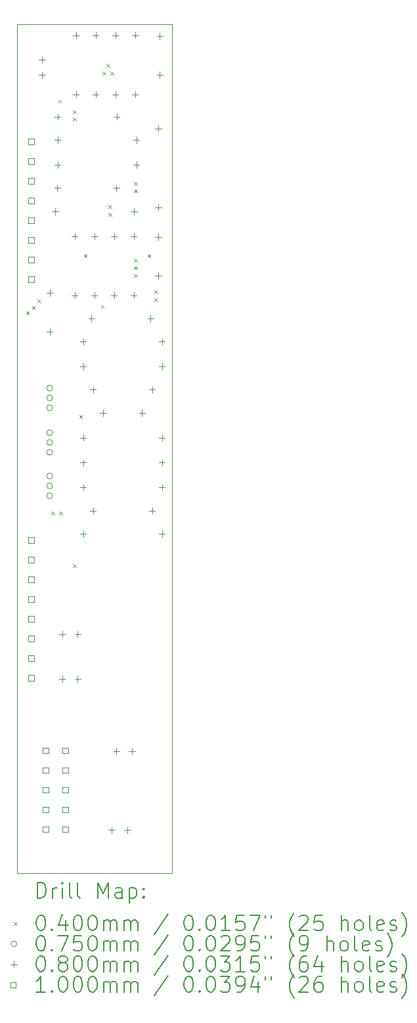
<source format=gbr>
%TF.GenerationSoftware,KiCad,Pcbnew,7.0.7-7.0.7~ubuntu22.04.1*%
%TF.CreationDate,2024-01-01T18:28:25+01:00*%
%TF.ProjectId,Basic-ADSR,42617369-632d-4414-9453-522e6b696361,rev?*%
%TF.SameCoordinates,Original*%
%TF.FileFunction,Drillmap*%
%TF.FilePolarity,Positive*%
%FSLAX45Y45*%
G04 Gerber Fmt 4.5, Leading zero omitted, Abs format (unit mm)*
G04 Created by KiCad (PCBNEW 7.0.7-7.0.7~ubuntu22.04.1) date 2024-01-01 18:28:25*
%MOMM*%
%LPD*%
G01*
G04 APERTURE LIST*
%ADD10C,0.050000*%
%ADD11C,0.200000*%
%ADD12C,0.040000*%
%ADD13C,0.075000*%
%ADD14C,0.080000*%
%ADD15C,0.100000*%
G04 APERTURE END LIST*
D10*
X2860000Y-3400000D02*
X4860000Y-3400000D01*
X4860000Y-3400000D02*
X4860000Y-14350000D01*
X2860000Y-3400000D02*
X2860000Y-14350000D01*
X2860000Y-14350000D02*
X4860000Y-14350000D01*
D11*
D12*
X2974950Y-7100000D02*
X3014950Y-7140000D01*
X3014950Y-7100000D02*
X2974950Y-7140000D01*
X3050000Y-7030000D02*
X3090000Y-7070000D01*
X3090000Y-7030000D02*
X3050000Y-7070000D01*
X3120000Y-6950000D02*
X3160000Y-6990000D01*
X3160000Y-6950000D02*
X3120000Y-6990000D01*
X3300000Y-9680000D02*
X3340000Y-9720000D01*
X3340000Y-9680000D02*
X3300000Y-9720000D01*
X3390000Y-4370000D02*
X3430000Y-4410000D01*
X3430000Y-4370000D02*
X3390000Y-4410000D01*
X3400000Y-9680000D02*
X3440000Y-9720000D01*
X3440000Y-9680000D02*
X3400000Y-9720000D01*
X3577000Y-10360000D02*
X3617000Y-10400000D01*
X3617000Y-10360000D02*
X3577000Y-10400000D01*
X3580000Y-4510000D02*
X3620000Y-4550000D01*
X3620000Y-4510000D02*
X3580000Y-4550000D01*
X3580000Y-4600000D02*
X3620000Y-4640000D01*
X3620000Y-4600000D02*
X3580000Y-4640000D01*
X3660000Y-8440000D02*
X3700000Y-8480000D01*
X3700000Y-8440000D02*
X3660000Y-8480000D01*
X3720000Y-6360000D02*
X3760000Y-6400000D01*
X3760000Y-6360000D02*
X3720000Y-6400000D01*
X3940000Y-7020000D02*
X3980000Y-7060000D01*
X3980000Y-7020000D02*
X3940000Y-7060000D01*
X3960000Y-4010000D02*
X4000000Y-4050000D01*
X4000000Y-4010000D02*
X3960000Y-4050000D01*
X4010000Y-3910000D02*
X4050000Y-3950000D01*
X4050000Y-3910000D02*
X4010000Y-3950000D01*
X4040000Y-5730000D02*
X4080000Y-5770000D01*
X4080000Y-5730000D02*
X4040000Y-5770000D01*
X4040000Y-5830000D02*
X4080000Y-5870000D01*
X4080000Y-5830000D02*
X4040000Y-5870000D01*
X4060000Y-4010000D02*
X4100000Y-4050000D01*
X4100000Y-4010000D02*
X4060000Y-4050000D01*
X4370000Y-5430000D02*
X4410000Y-5470000D01*
X4410000Y-5430000D02*
X4370000Y-5470000D01*
X4370000Y-5530000D02*
X4410000Y-5570000D01*
X4410000Y-5530000D02*
X4370000Y-5570000D01*
X4370000Y-6420000D02*
X4410000Y-6460000D01*
X4410000Y-6420000D02*
X4370000Y-6460000D01*
X4370000Y-6520000D02*
X4410000Y-6560000D01*
X4410000Y-6520000D02*
X4370000Y-6560000D01*
X4370000Y-6620000D02*
X4410000Y-6660000D01*
X4410000Y-6620000D02*
X4370000Y-6660000D01*
X4540000Y-6360000D02*
X4580000Y-6400000D01*
X4580000Y-6360000D02*
X4540000Y-6400000D01*
X4630000Y-6830000D02*
X4670000Y-6870000D01*
X4670000Y-6830000D02*
X4630000Y-6870000D01*
X4630000Y-6930000D02*
X4670000Y-6970000D01*
X4670000Y-6930000D02*
X4630000Y-6970000D01*
D13*
X3317500Y-8090000D02*
G75*
G03*
X3317500Y-8090000I-37500J0D01*
G01*
X3317500Y-8217000D02*
G75*
G03*
X3317500Y-8217000I-37500J0D01*
G01*
X3317500Y-8344000D02*
G75*
G03*
X3317500Y-8344000I-37500J0D01*
G01*
X3317500Y-8663000D02*
G75*
G03*
X3317500Y-8663000I-37500J0D01*
G01*
X3317500Y-8790000D02*
G75*
G03*
X3317500Y-8790000I-37500J0D01*
G01*
X3317500Y-8917000D02*
G75*
G03*
X3317500Y-8917000I-37500J0D01*
G01*
X3317500Y-9223000D02*
G75*
G03*
X3317500Y-9223000I-37500J0D01*
G01*
X3317500Y-9350000D02*
G75*
G03*
X3317500Y-9350000I-37500J0D01*
G01*
X3317500Y-9477000D02*
G75*
G03*
X3317500Y-9477000I-37500J0D01*
G01*
D14*
X3180000Y-3814489D02*
X3180000Y-3894489D01*
X3140000Y-3854489D02*
X3220000Y-3854489D01*
X3180000Y-4014489D02*
X3180000Y-4094489D01*
X3140000Y-4054489D02*
X3220000Y-4054489D01*
X3280000Y-6820000D02*
X3280000Y-6900000D01*
X3240000Y-6860000D02*
X3320000Y-6860000D01*
X3280000Y-7320000D02*
X3280000Y-7400000D01*
X3240000Y-7360000D02*
X3320000Y-7360000D01*
X3352000Y-5770000D02*
X3352000Y-5850000D01*
X3312000Y-5810000D02*
X3392000Y-5810000D01*
X3379000Y-5470000D02*
X3379000Y-5550000D01*
X3339000Y-5510000D02*
X3419000Y-5510000D01*
X3380000Y-4550000D02*
X3380000Y-4630000D01*
X3340000Y-4590000D02*
X3420000Y-4590000D01*
X3380000Y-4850000D02*
X3380000Y-4930000D01*
X3340000Y-4890000D02*
X3420000Y-4890000D01*
X3380000Y-5170000D02*
X3380000Y-5250000D01*
X3340000Y-5210000D02*
X3420000Y-5210000D01*
X3440000Y-11220000D02*
X3440000Y-11300000D01*
X3400000Y-11260000D02*
X3480000Y-11260000D01*
X3440000Y-11800000D02*
X3440000Y-11880000D01*
X3400000Y-11840000D02*
X3480000Y-11840000D01*
X3600000Y-6090000D02*
X3600000Y-6170000D01*
X3560000Y-6130000D02*
X3640000Y-6130000D01*
X3600000Y-6852000D02*
X3600000Y-6932000D01*
X3560000Y-6892000D02*
X3640000Y-6892000D01*
X3618000Y-3500000D02*
X3618000Y-3580000D01*
X3578000Y-3540000D02*
X3658000Y-3540000D01*
X3618000Y-4262000D02*
X3618000Y-4342000D01*
X3578000Y-4302000D02*
X3658000Y-4302000D01*
X3640000Y-11220000D02*
X3640000Y-11300000D01*
X3600000Y-11260000D02*
X3680000Y-11260000D01*
X3640000Y-11800000D02*
X3640000Y-11880000D01*
X3600000Y-11840000D02*
X3680000Y-11840000D01*
X3712000Y-7450000D02*
X3712000Y-7530000D01*
X3672000Y-7490000D02*
X3752000Y-7490000D01*
X3712000Y-7770000D02*
X3712000Y-7850000D01*
X3672000Y-7810000D02*
X3752000Y-7810000D01*
X3712000Y-8690000D02*
X3712000Y-8770000D01*
X3672000Y-8730000D02*
X3752000Y-8730000D01*
X3712000Y-9010000D02*
X3712000Y-9090000D01*
X3672000Y-9050000D02*
X3752000Y-9050000D01*
X3712000Y-9330000D02*
X3712000Y-9410000D01*
X3672000Y-9370000D02*
X3752000Y-9370000D01*
X3712000Y-9930000D02*
X3712000Y-10010000D01*
X3672000Y-9970000D02*
X3752000Y-9970000D01*
X3819000Y-7150000D02*
X3819000Y-7230000D01*
X3779000Y-7190000D02*
X3859000Y-7190000D01*
X3839000Y-8070000D02*
X3839000Y-8150000D01*
X3799000Y-8110000D02*
X3879000Y-8110000D01*
X3839000Y-9630000D02*
X3839000Y-9710000D01*
X3799000Y-9670000D02*
X3879000Y-9670000D01*
X3854000Y-6090000D02*
X3854000Y-6170000D01*
X3814000Y-6130000D02*
X3894000Y-6130000D01*
X3854000Y-6852000D02*
X3854000Y-6932000D01*
X3814000Y-6892000D02*
X3894000Y-6892000D01*
X3872000Y-3500000D02*
X3872000Y-3580000D01*
X3832000Y-3540000D02*
X3912000Y-3540000D01*
X3872000Y-4262000D02*
X3872000Y-4342000D01*
X3832000Y-4302000D02*
X3912000Y-4302000D01*
X3970000Y-8370000D02*
X3970000Y-8450000D01*
X3930000Y-8410000D02*
X4010000Y-8410000D01*
X4080000Y-13750000D02*
X4080000Y-13830000D01*
X4040000Y-13790000D02*
X4120000Y-13790000D01*
X4108000Y-6090000D02*
X4108000Y-6170000D01*
X4068000Y-6130000D02*
X4148000Y-6130000D01*
X4108000Y-6852000D02*
X4108000Y-6932000D01*
X4068000Y-6892000D02*
X4148000Y-6892000D01*
X4126000Y-3500000D02*
X4126000Y-3580000D01*
X4086000Y-3540000D02*
X4166000Y-3540000D01*
X4126000Y-4262000D02*
X4126000Y-4342000D01*
X4086000Y-4302000D02*
X4166000Y-4302000D01*
X4140000Y-12730000D02*
X4140000Y-12810000D01*
X4100000Y-12770000D02*
X4180000Y-12770000D01*
X4141000Y-5470000D02*
X4141000Y-5550000D01*
X4101000Y-5510000D02*
X4181000Y-5510000D01*
X4142000Y-4550000D02*
X4142000Y-4630000D01*
X4102000Y-4590000D02*
X4182000Y-4590000D01*
X4280000Y-13750000D02*
X4280000Y-13830000D01*
X4240000Y-13790000D02*
X4320000Y-13790000D01*
X4340000Y-12730000D02*
X4340000Y-12810000D01*
X4300000Y-12770000D02*
X4380000Y-12770000D01*
X4362000Y-6090000D02*
X4362000Y-6170000D01*
X4322000Y-6130000D02*
X4402000Y-6130000D01*
X4362000Y-6852000D02*
X4362000Y-6932000D01*
X4322000Y-6892000D02*
X4402000Y-6892000D01*
X4368000Y-5770000D02*
X4368000Y-5850000D01*
X4328000Y-5810000D02*
X4408000Y-5810000D01*
X4380000Y-3500000D02*
X4380000Y-3580000D01*
X4340000Y-3540000D02*
X4420000Y-3540000D01*
X4380000Y-4262000D02*
X4380000Y-4342000D01*
X4340000Y-4302000D02*
X4420000Y-4302000D01*
X4396000Y-4850000D02*
X4396000Y-4930000D01*
X4356000Y-4890000D02*
X4436000Y-4890000D01*
X4396000Y-5170000D02*
X4396000Y-5250000D01*
X4356000Y-5210000D02*
X4436000Y-5210000D01*
X4470000Y-8370000D02*
X4470000Y-8450000D01*
X4430000Y-8410000D02*
X4510000Y-8410000D01*
X4581000Y-7150000D02*
X4581000Y-7230000D01*
X4541000Y-7190000D02*
X4621000Y-7190000D01*
X4601000Y-8070000D02*
X4601000Y-8150000D01*
X4561000Y-8110000D02*
X4641000Y-8110000D01*
X4601000Y-9630000D02*
X4601000Y-9710000D01*
X4561000Y-9670000D02*
X4641000Y-9670000D01*
X4680000Y-4702000D02*
X4680000Y-4782000D01*
X4640000Y-4742000D02*
X4720000Y-4742000D01*
X4680000Y-5718000D02*
X4680000Y-5798000D01*
X4640000Y-5758000D02*
X4720000Y-5758000D01*
X4680000Y-6100000D02*
X4680000Y-6180000D01*
X4640000Y-6140000D02*
X4720000Y-6140000D01*
X4680000Y-6600000D02*
X4680000Y-6680000D01*
X4640000Y-6640000D02*
X4720000Y-6640000D01*
X4700000Y-3510000D02*
X4700000Y-3590000D01*
X4660000Y-3550000D02*
X4740000Y-3550000D01*
X4700000Y-4010000D02*
X4700000Y-4090000D01*
X4660000Y-4050000D02*
X4740000Y-4050000D01*
X4728000Y-7450000D02*
X4728000Y-7530000D01*
X4688000Y-7490000D02*
X4768000Y-7490000D01*
X4728000Y-7770000D02*
X4728000Y-7850000D01*
X4688000Y-7810000D02*
X4768000Y-7810000D01*
X4728000Y-8690000D02*
X4728000Y-8770000D01*
X4688000Y-8730000D02*
X4768000Y-8730000D01*
X4728000Y-9010000D02*
X4728000Y-9090000D01*
X4688000Y-9050000D02*
X4768000Y-9050000D01*
X4728000Y-9330000D02*
X4728000Y-9410000D01*
X4688000Y-9370000D02*
X4768000Y-9370000D01*
X4728000Y-9930000D02*
X4728000Y-10010000D01*
X4688000Y-9970000D02*
X4768000Y-9970000D01*
D15*
X3075356Y-4945356D02*
X3075356Y-4874644D01*
X3004644Y-4874644D01*
X3004644Y-4945356D01*
X3075356Y-4945356D01*
X3075356Y-5199356D02*
X3075356Y-5128644D01*
X3004644Y-5128644D01*
X3004644Y-5199356D01*
X3075356Y-5199356D01*
X3075356Y-5453356D02*
X3075356Y-5382644D01*
X3004644Y-5382644D01*
X3004644Y-5453356D01*
X3075356Y-5453356D01*
X3075356Y-5707356D02*
X3075356Y-5636644D01*
X3004644Y-5636644D01*
X3004644Y-5707356D01*
X3075356Y-5707356D01*
X3075356Y-5961356D02*
X3075356Y-5890644D01*
X3004644Y-5890644D01*
X3004644Y-5961356D01*
X3075356Y-5961356D01*
X3075356Y-6215356D02*
X3075356Y-6144644D01*
X3004644Y-6144644D01*
X3004644Y-6215356D01*
X3075356Y-6215356D01*
X3075356Y-6469356D02*
X3075356Y-6398644D01*
X3004644Y-6398644D01*
X3004644Y-6469356D01*
X3075356Y-6469356D01*
X3075356Y-6723356D02*
X3075356Y-6652644D01*
X3004644Y-6652644D01*
X3004644Y-6723356D01*
X3075356Y-6723356D01*
X3075356Y-10085356D02*
X3075356Y-10014644D01*
X3004644Y-10014644D01*
X3004644Y-10085356D01*
X3075356Y-10085356D01*
X3075356Y-10339356D02*
X3075356Y-10268644D01*
X3004644Y-10268644D01*
X3004644Y-10339356D01*
X3075356Y-10339356D01*
X3075356Y-10593356D02*
X3075356Y-10522644D01*
X3004644Y-10522644D01*
X3004644Y-10593356D01*
X3075356Y-10593356D01*
X3075356Y-10847356D02*
X3075356Y-10776644D01*
X3004644Y-10776644D01*
X3004644Y-10847356D01*
X3075356Y-10847356D01*
X3075356Y-11101356D02*
X3075356Y-11030644D01*
X3004644Y-11030644D01*
X3004644Y-11101356D01*
X3075356Y-11101356D01*
X3075356Y-11355356D02*
X3075356Y-11284644D01*
X3004644Y-11284644D01*
X3004644Y-11355356D01*
X3075356Y-11355356D01*
X3075356Y-11609356D02*
X3075356Y-11538644D01*
X3004644Y-11538644D01*
X3004644Y-11609356D01*
X3075356Y-11609356D01*
X3075356Y-11863356D02*
X3075356Y-11792644D01*
X3004644Y-11792644D01*
X3004644Y-11863356D01*
X3075356Y-11863356D01*
X3261356Y-12797356D02*
X3261356Y-12726644D01*
X3190644Y-12726644D01*
X3190644Y-12797356D01*
X3261356Y-12797356D01*
X3261356Y-13051356D02*
X3261356Y-12980644D01*
X3190644Y-12980644D01*
X3190644Y-13051356D01*
X3261356Y-13051356D01*
X3261356Y-13305356D02*
X3261356Y-13234644D01*
X3190644Y-13234644D01*
X3190644Y-13305356D01*
X3261356Y-13305356D01*
X3261356Y-13559356D02*
X3261356Y-13488644D01*
X3190644Y-13488644D01*
X3190644Y-13559356D01*
X3261356Y-13559356D01*
X3261356Y-13813356D02*
X3261356Y-13742644D01*
X3190644Y-13742644D01*
X3190644Y-13813356D01*
X3261356Y-13813356D01*
X3515356Y-12797356D02*
X3515356Y-12726644D01*
X3444644Y-12726644D01*
X3444644Y-12797356D01*
X3515356Y-12797356D01*
X3515356Y-13051356D02*
X3515356Y-12980644D01*
X3444644Y-12980644D01*
X3444644Y-13051356D01*
X3515356Y-13051356D01*
X3515356Y-13305356D02*
X3515356Y-13234644D01*
X3444644Y-13234644D01*
X3444644Y-13305356D01*
X3515356Y-13305356D01*
X3515356Y-13559356D02*
X3515356Y-13488644D01*
X3444644Y-13488644D01*
X3444644Y-13559356D01*
X3515356Y-13559356D01*
X3515356Y-13813356D02*
X3515356Y-13742644D01*
X3444644Y-13742644D01*
X3444644Y-13813356D01*
X3515356Y-13813356D01*
D11*
X3118277Y-14663984D02*
X3118277Y-14463984D01*
X3118277Y-14463984D02*
X3165896Y-14463984D01*
X3165896Y-14463984D02*
X3194467Y-14473508D01*
X3194467Y-14473508D02*
X3213515Y-14492555D01*
X3213515Y-14492555D02*
X3223039Y-14511603D01*
X3223039Y-14511603D02*
X3232562Y-14549698D01*
X3232562Y-14549698D02*
X3232562Y-14578269D01*
X3232562Y-14578269D02*
X3223039Y-14616365D01*
X3223039Y-14616365D02*
X3213515Y-14635412D01*
X3213515Y-14635412D02*
X3194467Y-14654460D01*
X3194467Y-14654460D02*
X3165896Y-14663984D01*
X3165896Y-14663984D02*
X3118277Y-14663984D01*
X3318277Y-14663984D02*
X3318277Y-14530650D01*
X3318277Y-14568746D02*
X3327801Y-14549698D01*
X3327801Y-14549698D02*
X3337324Y-14540174D01*
X3337324Y-14540174D02*
X3356372Y-14530650D01*
X3356372Y-14530650D02*
X3375420Y-14530650D01*
X3442086Y-14663984D02*
X3442086Y-14530650D01*
X3442086Y-14463984D02*
X3432562Y-14473508D01*
X3432562Y-14473508D02*
X3442086Y-14483031D01*
X3442086Y-14483031D02*
X3451610Y-14473508D01*
X3451610Y-14473508D02*
X3442086Y-14463984D01*
X3442086Y-14463984D02*
X3442086Y-14483031D01*
X3565896Y-14663984D02*
X3546848Y-14654460D01*
X3546848Y-14654460D02*
X3537324Y-14635412D01*
X3537324Y-14635412D02*
X3537324Y-14463984D01*
X3670658Y-14663984D02*
X3651610Y-14654460D01*
X3651610Y-14654460D02*
X3642086Y-14635412D01*
X3642086Y-14635412D02*
X3642086Y-14463984D01*
X3899229Y-14663984D02*
X3899229Y-14463984D01*
X3899229Y-14463984D02*
X3965896Y-14606841D01*
X3965896Y-14606841D02*
X4032562Y-14463984D01*
X4032562Y-14463984D02*
X4032562Y-14663984D01*
X4213515Y-14663984D02*
X4213515Y-14559222D01*
X4213515Y-14559222D02*
X4203991Y-14540174D01*
X4203991Y-14540174D02*
X4184943Y-14530650D01*
X4184943Y-14530650D02*
X4146848Y-14530650D01*
X4146848Y-14530650D02*
X4127801Y-14540174D01*
X4213515Y-14654460D02*
X4194467Y-14663984D01*
X4194467Y-14663984D02*
X4146848Y-14663984D01*
X4146848Y-14663984D02*
X4127801Y-14654460D01*
X4127801Y-14654460D02*
X4118277Y-14635412D01*
X4118277Y-14635412D02*
X4118277Y-14616365D01*
X4118277Y-14616365D02*
X4127801Y-14597317D01*
X4127801Y-14597317D02*
X4146848Y-14587793D01*
X4146848Y-14587793D02*
X4194467Y-14587793D01*
X4194467Y-14587793D02*
X4213515Y-14578269D01*
X4308753Y-14530650D02*
X4308753Y-14730650D01*
X4308753Y-14540174D02*
X4327801Y-14530650D01*
X4327801Y-14530650D02*
X4365896Y-14530650D01*
X4365896Y-14530650D02*
X4384944Y-14540174D01*
X4384944Y-14540174D02*
X4394467Y-14549698D01*
X4394467Y-14549698D02*
X4403991Y-14568746D01*
X4403991Y-14568746D02*
X4403991Y-14625888D01*
X4403991Y-14625888D02*
X4394467Y-14644936D01*
X4394467Y-14644936D02*
X4384944Y-14654460D01*
X4384944Y-14654460D02*
X4365896Y-14663984D01*
X4365896Y-14663984D02*
X4327801Y-14663984D01*
X4327801Y-14663984D02*
X4308753Y-14654460D01*
X4489705Y-14644936D02*
X4499229Y-14654460D01*
X4499229Y-14654460D02*
X4489705Y-14663984D01*
X4489705Y-14663984D02*
X4480182Y-14654460D01*
X4480182Y-14654460D02*
X4489705Y-14644936D01*
X4489705Y-14644936D02*
X4489705Y-14663984D01*
X4489705Y-14540174D02*
X4499229Y-14549698D01*
X4499229Y-14549698D02*
X4489705Y-14559222D01*
X4489705Y-14559222D02*
X4480182Y-14549698D01*
X4480182Y-14549698D02*
X4489705Y-14540174D01*
X4489705Y-14540174D02*
X4489705Y-14559222D01*
D12*
X2817500Y-14972500D02*
X2857500Y-15012500D01*
X2857500Y-14972500D02*
X2817500Y-15012500D01*
D11*
X3156372Y-14883984D02*
X3175420Y-14883984D01*
X3175420Y-14883984D02*
X3194467Y-14893508D01*
X3194467Y-14893508D02*
X3203991Y-14903031D01*
X3203991Y-14903031D02*
X3213515Y-14922079D01*
X3213515Y-14922079D02*
X3223039Y-14960174D01*
X3223039Y-14960174D02*
X3223039Y-15007793D01*
X3223039Y-15007793D02*
X3213515Y-15045888D01*
X3213515Y-15045888D02*
X3203991Y-15064936D01*
X3203991Y-15064936D02*
X3194467Y-15074460D01*
X3194467Y-15074460D02*
X3175420Y-15083984D01*
X3175420Y-15083984D02*
X3156372Y-15083984D01*
X3156372Y-15083984D02*
X3137324Y-15074460D01*
X3137324Y-15074460D02*
X3127801Y-15064936D01*
X3127801Y-15064936D02*
X3118277Y-15045888D01*
X3118277Y-15045888D02*
X3108753Y-15007793D01*
X3108753Y-15007793D02*
X3108753Y-14960174D01*
X3108753Y-14960174D02*
X3118277Y-14922079D01*
X3118277Y-14922079D02*
X3127801Y-14903031D01*
X3127801Y-14903031D02*
X3137324Y-14893508D01*
X3137324Y-14893508D02*
X3156372Y-14883984D01*
X3308753Y-15064936D02*
X3318277Y-15074460D01*
X3318277Y-15074460D02*
X3308753Y-15083984D01*
X3308753Y-15083984D02*
X3299229Y-15074460D01*
X3299229Y-15074460D02*
X3308753Y-15064936D01*
X3308753Y-15064936D02*
X3308753Y-15083984D01*
X3489705Y-14950650D02*
X3489705Y-15083984D01*
X3442086Y-14874460D02*
X3394467Y-15017317D01*
X3394467Y-15017317D02*
X3518277Y-15017317D01*
X3632562Y-14883984D02*
X3651610Y-14883984D01*
X3651610Y-14883984D02*
X3670658Y-14893508D01*
X3670658Y-14893508D02*
X3680182Y-14903031D01*
X3680182Y-14903031D02*
X3689705Y-14922079D01*
X3689705Y-14922079D02*
X3699229Y-14960174D01*
X3699229Y-14960174D02*
X3699229Y-15007793D01*
X3699229Y-15007793D02*
X3689705Y-15045888D01*
X3689705Y-15045888D02*
X3680182Y-15064936D01*
X3680182Y-15064936D02*
X3670658Y-15074460D01*
X3670658Y-15074460D02*
X3651610Y-15083984D01*
X3651610Y-15083984D02*
X3632562Y-15083984D01*
X3632562Y-15083984D02*
X3613515Y-15074460D01*
X3613515Y-15074460D02*
X3603991Y-15064936D01*
X3603991Y-15064936D02*
X3594467Y-15045888D01*
X3594467Y-15045888D02*
X3584943Y-15007793D01*
X3584943Y-15007793D02*
X3584943Y-14960174D01*
X3584943Y-14960174D02*
X3594467Y-14922079D01*
X3594467Y-14922079D02*
X3603991Y-14903031D01*
X3603991Y-14903031D02*
X3613515Y-14893508D01*
X3613515Y-14893508D02*
X3632562Y-14883984D01*
X3823039Y-14883984D02*
X3842086Y-14883984D01*
X3842086Y-14883984D02*
X3861134Y-14893508D01*
X3861134Y-14893508D02*
X3870658Y-14903031D01*
X3870658Y-14903031D02*
X3880182Y-14922079D01*
X3880182Y-14922079D02*
X3889705Y-14960174D01*
X3889705Y-14960174D02*
X3889705Y-15007793D01*
X3889705Y-15007793D02*
X3880182Y-15045888D01*
X3880182Y-15045888D02*
X3870658Y-15064936D01*
X3870658Y-15064936D02*
X3861134Y-15074460D01*
X3861134Y-15074460D02*
X3842086Y-15083984D01*
X3842086Y-15083984D02*
X3823039Y-15083984D01*
X3823039Y-15083984D02*
X3803991Y-15074460D01*
X3803991Y-15074460D02*
X3794467Y-15064936D01*
X3794467Y-15064936D02*
X3784943Y-15045888D01*
X3784943Y-15045888D02*
X3775420Y-15007793D01*
X3775420Y-15007793D02*
X3775420Y-14960174D01*
X3775420Y-14960174D02*
X3784943Y-14922079D01*
X3784943Y-14922079D02*
X3794467Y-14903031D01*
X3794467Y-14903031D02*
X3803991Y-14893508D01*
X3803991Y-14893508D02*
X3823039Y-14883984D01*
X3975420Y-15083984D02*
X3975420Y-14950650D01*
X3975420Y-14969698D02*
X3984943Y-14960174D01*
X3984943Y-14960174D02*
X4003991Y-14950650D01*
X4003991Y-14950650D02*
X4032563Y-14950650D01*
X4032563Y-14950650D02*
X4051610Y-14960174D01*
X4051610Y-14960174D02*
X4061134Y-14979222D01*
X4061134Y-14979222D02*
X4061134Y-15083984D01*
X4061134Y-14979222D02*
X4070658Y-14960174D01*
X4070658Y-14960174D02*
X4089705Y-14950650D01*
X4089705Y-14950650D02*
X4118277Y-14950650D01*
X4118277Y-14950650D02*
X4137324Y-14960174D01*
X4137324Y-14960174D02*
X4146848Y-14979222D01*
X4146848Y-14979222D02*
X4146848Y-15083984D01*
X4242086Y-15083984D02*
X4242086Y-14950650D01*
X4242086Y-14969698D02*
X4251610Y-14960174D01*
X4251610Y-14960174D02*
X4270658Y-14950650D01*
X4270658Y-14950650D02*
X4299229Y-14950650D01*
X4299229Y-14950650D02*
X4318277Y-14960174D01*
X4318277Y-14960174D02*
X4327801Y-14979222D01*
X4327801Y-14979222D02*
X4327801Y-15083984D01*
X4327801Y-14979222D02*
X4337325Y-14960174D01*
X4337325Y-14960174D02*
X4356372Y-14950650D01*
X4356372Y-14950650D02*
X4384944Y-14950650D01*
X4384944Y-14950650D02*
X4403991Y-14960174D01*
X4403991Y-14960174D02*
X4413515Y-14979222D01*
X4413515Y-14979222D02*
X4413515Y-15083984D01*
X4803991Y-14874460D02*
X4632563Y-15131603D01*
X5061134Y-14883984D02*
X5080182Y-14883984D01*
X5080182Y-14883984D02*
X5099229Y-14893508D01*
X5099229Y-14893508D02*
X5108753Y-14903031D01*
X5108753Y-14903031D02*
X5118277Y-14922079D01*
X5118277Y-14922079D02*
X5127801Y-14960174D01*
X5127801Y-14960174D02*
X5127801Y-15007793D01*
X5127801Y-15007793D02*
X5118277Y-15045888D01*
X5118277Y-15045888D02*
X5108753Y-15064936D01*
X5108753Y-15064936D02*
X5099229Y-15074460D01*
X5099229Y-15074460D02*
X5080182Y-15083984D01*
X5080182Y-15083984D02*
X5061134Y-15083984D01*
X5061134Y-15083984D02*
X5042087Y-15074460D01*
X5042087Y-15074460D02*
X5032563Y-15064936D01*
X5032563Y-15064936D02*
X5023039Y-15045888D01*
X5023039Y-15045888D02*
X5013515Y-15007793D01*
X5013515Y-15007793D02*
X5013515Y-14960174D01*
X5013515Y-14960174D02*
X5023039Y-14922079D01*
X5023039Y-14922079D02*
X5032563Y-14903031D01*
X5032563Y-14903031D02*
X5042087Y-14893508D01*
X5042087Y-14893508D02*
X5061134Y-14883984D01*
X5213515Y-15064936D02*
X5223039Y-15074460D01*
X5223039Y-15074460D02*
X5213515Y-15083984D01*
X5213515Y-15083984D02*
X5203991Y-15074460D01*
X5203991Y-15074460D02*
X5213515Y-15064936D01*
X5213515Y-15064936D02*
X5213515Y-15083984D01*
X5346848Y-14883984D02*
X5365896Y-14883984D01*
X5365896Y-14883984D02*
X5384944Y-14893508D01*
X5384944Y-14893508D02*
X5394468Y-14903031D01*
X5394468Y-14903031D02*
X5403991Y-14922079D01*
X5403991Y-14922079D02*
X5413515Y-14960174D01*
X5413515Y-14960174D02*
X5413515Y-15007793D01*
X5413515Y-15007793D02*
X5403991Y-15045888D01*
X5403991Y-15045888D02*
X5394468Y-15064936D01*
X5394468Y-15064936D02*
X5384944Y-15074460D01*
X5384944Y-15074460D02*
X5365896Y-15083984D01*
X5365896Y-15083984D02*
X5346848Y-15083984D01*
X5346848Y-15083984D02*
X5327801Y-15074460D01*
X5327801Y-15074460D02*
X5318277Y-15064936D01*
X5318277Y-15064936D02*
X5308753Y-15045888D01*
X5308753Y-15045888D02*
X5299229Y-15007793D01*
X5299229Y-15007793D02*
X5299229Y-14960174D01*
X5299229Y-14960174D02*
X5308753Y-14922079D01*
X5308753Y-14922079D02*
X5318277Y-14903031D01*
X5318277Y-14903031D02*
X5327801Y-14893508D01*
X5327801Y-14893508D02*
X5346848Y-14883984D01*
X5603991Y-15083984D02*
X5489706Y-15083984D01*
X5546848Y-15083984D02*
X5546848Y-14883984D01*
X5546848Y-14883984D02*
X5527801Y-14912555D01*
X5527801Y-14912555D02*
X5508753Y-14931603D01*
X5508753Y-14931603D02*
X5489706Y-14941127D01*
X5784944Y-14883984D02*
X5689706Y-14883984D01*
X5689706Y-14883984D02*
X5680182Y-14979222D01*
X5680182Y-14979222D02*
X5689706Y-14969698D01*
X5689706Y-14969698D02*
X5708753Y-14960174D01*
X5708753Y-14960174D02*
X5756372Y-14960174D01*
X5756372Y-14960174D02*
X5775420Y-14969698D01*
X5775420Y-14969698D02*
X5784944Y-14979222D01*
X5784944Y-14979222D02*
X5794467Y-14998269D01*
X5794467Y-14998269D02*
X5794467Y-15045888D01*
X5794467Y-15045888D02*
X5784944Y-15064936D01*
X5784944Y-15064936D02*
X5775420Y-15074460D01*
X5775420Y-15074460D02*
X5756372Y-15083984D01*
X5756372Y-15083984D02*
X5708753Y-15083984D01*
X5708753Y-15083984D02*
X5689706Y-15074460D01*
X5689706Y-15074460D02*
X5680182Y-15064936D01*
X5861134Y-14883984D02*
X5994467Y-14883984D01*
X5994467Y-14883984D02*
X5908753Y-15083984D01*
X6061134Y-14883984D02*
X6061134Y-14922079D01*
X6137325Y-14883984D02*
X6137325Y-14922079D01*
X6432563Y-15160174D02*
X6423039Y-15150650D01*
X6423039Y-15150650D02*
X6403991Y-15122079D01*
X6403991Y-15122079D02*
X6394468Y-15103031D01*
X6394468Y-15103031D02*
X6384944Y-15074460D01*
X6384944Y-15074460D02*
X6375420Y-15026841D01*
X6375420Y-15026841D02*
X6375420Y-14988746D01*
X6375420Y-14988746D02*
X6384944Y-14941127D01*
X6384944Y-14941127D02*
X6394468Y-14912555D01*
X6394468Y-14912555D02*
X6403991Y-14893508D01*
X6403991Y-14893508D02*
X6423039Y-14864936D01*
X6423039Y-14864936D02*
X6432563Y-14855412D01*
X6499229Y-14903031D02*
X6508753Y-14893508D01*
X6508753Y-14893508D02*
X6527801Y-14883984D01*
X6527801Y-14883984D02*
X6575420Y-14883984D01*
X6575420Y-14883984D02*
X6594468Y-14893508D01*
X6594468Y-14893508D02*
X6603991Y-14903031D01*
X6603991Y-14903031D02*
X6613515Y-14922079D01*
X6613515Y-14922079D02*
X6613515Y-14941127D01*
X6613515Y-14941127D02*
X6603991Y-14969698D01*
X6603991Y-14969698D02*
X6489706Y-15083984D01*
X6489706Y-15083984D02*
X6613515Y-15083984D01*
X6794468Y-14883984D02*
X6699229Y-14883984D01*
X6699229Y-14883984D02*
X6689706Y-14979222D01*
X6689706Y-14979222D02*
X6699229Y-14969698D01*
X6699229Y-14969698D02*
X6718277Y-14960174D01*
X6718277Y-14960174D02*
X6765896Y-14960174D01*
X6765896Y-14960174D02*
X6784944Y-14969698D01*
X6784944Y-14969698D02*
X6794468Y-14979222D01*
X6794468Y-14979222D02*
X6803991Y-14998269D01*
X6803991Y-14998269D02*
X6803991Y-15045888D01*
X6803991Y-15045888D02*
X6794468Y-15064936D01*
X6794468Y-15064936D02*
X6784944Y-15074460D01*
X6784944Y-15074460D02*
X6765896Y-15083984D01*
X6765896Y-15083984D02*
X6718277Y-15083984D01*
X6718277Y-15083984D02*
X6699229Y-15074460D01*
X6699229Y-15074460D02*
X6689706Y-15064936D01*
X7042087Y-15083984D02*
X7042087Y-14883984D01*
X7127801Y-15083984D02*
X7127801Y-14979222D01*
X7127801Y-14979222D02*
X7118277Y-14960174D01*
X7118277Y-14960174D02*
X7099230Y-14950650D01*
X7099230Y-14950650D02*
X7070658Y-14950650D01*
X7070658Y-14950650D02*
X7051610Y-14960174D01*
X7051610Y-14960174D02*
X7042087Y-14969698D01*
X7251610Y-15083984D02*
X7232563Y-15074460D01*
X7232563Y-15074460D02*
X7223039Y-15064936D01*
X7223039Y-15064936D02*
X7213515Y-15045888D01*
X7213515Y-15045888D02*
X7213515Y-14988746D01*
X7213515Y-14988746D02*
X7223039Y-14969698D01*
X7223039Y-14969698D02*
X7232563Y-14960174D01*
X7232563Y-14960174D02*
X7251610Y-14950650D01*
X7251610Y-14950650D02*
X7280182Y-14950650D01*
X7280182Y-14950650D02*
X7299230Y-14960174D01*
X7299230Y-14960174D02*
X7308753Y-14969698D01*
X7308753Y-14969698D02*
X7318277Y-14988746D01*
X7318277Y-14988746D02*
X7318277Y-15045888D01*
X7318277Y-15045888D02*
X7308753Y-15064936D01*
X7308753Y-15064936D02*
X7299230Y-15074460D01*
X7299230Y-15074460D02*
X7280182Y-15083984D01*
X7280182Y-15083984D02*
X7251610Y-15083984D01*
X7432563Y-15083984D02*
X7413515Y-15074460D01*
X7413515Y-15074460D02*
X7403991Y-15055412D01*
X7403991Y-15055412D02*
X7403991Y-14883984D01*
X7584944Y-15074460D02*
X7565896Y-15083984D01*
X7565896Y-15083984D02*
X7527801Y-15083984D01*
X7527801Y-15083984D02*
X7508753Y-15074460D01*
X7508753Y-15074460D02*
X7499230Y-15055412D01*
X7499230Y-15055412D02*
X7499230Y-14979222D01*
X7499230Y-14979222D02*
X7508753Y-14960174D01*
X7508753Y-14960174D02*
X7527801Y-14950650D01*
X7527801Y-14950650D02*
X7565896Y-14950650D01*
X7565896Y-14950650D02*
X7584944Y-14960174D01*
X7584944Y-14960174D02*
X7594468Y-14979222D01*
X7594468Y-14979222D02*
X7594468Y-14998269D01*
X7594468Y-14998269D02*
X7499230Y-15017317D01*
X7670658Y-15074460D02*
X7689706Y-15083984D01*
X7689706Y-15083984D02*
X7727801Y-15083984D01*
X7727801Y-15083984D02*
X7746849Y-15074460D01*
X7746849Y-15074460D02*
X7756372Y-15055412D01*
X7756372Y-15055412D02*
X7756372Y-15045888D01*
X7756372Y-15045888D02*
X7746849Y-15026841D01*
X7746849Y-15026841D02*
X7727801Y-15017317D01*
X7727801Y-15017317D02*
X7699230Y-15017317D01*
X7699230Y-15017317D02*
X7680182Y-15007793D01*
X7680182Y-15007793D02*
X7670658Y-14988746D01*
X7670658Y-14988746D02*
X7670658Y-14979222D01*
X7670658Y-14979222D02*
X7680182Y-14960174D01*
X7680182Y-14960174D02*
X7699230Y-14950650D01*
X7699230Y-14950650D02*
X7727801Y-14950650D01*
X7727801Y-14950650D02*
X7746849Y-14960174D01*
X7823039Y-15160174D02*
X7832563Y-15150650D01*
X7832563Y-15150650D02*
X7851611Y-15122079D01*
X7851611Y-15122079D02*
X7861134Y-15103031D01*
X7861134Y-15103031D02*
X7870658Y-15074460D01*
X7870658Y-15074460D02*
X7880182Y-15026841D01*
X7880182Y-15026841D02*
X7880182Y-14988746D01*
X7880182Y-14988746D02*
X7870658Y-14941127D01*
X7870658Y-14941127D02*
X7861134Y-14912555D01*
X7861134Y-14912555D02*
X7851611Y-14893508D01*
X7851611Y-14893508D02*
X7832563Y-14864936D01*
X7832563Y-14864936D02*
X7823039Y-14855412D01*
D13*
X2857500Y-15256500D02*
G75*
G03*
X2857500Y-15256500I-37500J0D01*
G01*
D11*
X3156372Y-15147984D02*
X3175420Y-15147984D01*
X3175420Y-15147984D02*
X3194467Y-15157508D01*
X3194467Y-15157508D02*
X3203991Y-15167031D01*
X3203991Y-15167031D02*
X3213515Y-15186079D01*
X3213515Y-15186079D02*
X3223039Y-15224174D01*
X3223039Y-15224174D02*
X3223039Y-15271793D01*
X3223039Y-15271793D02*
X3213515Y-15309888D01*
X3213515Y-15309888D02*
X3203991Y-15328936D01*
X3203991Y-15328936D02*
X3194467Y-15338460D01*
X3194467Y-15338460D02*
X3175420Y-15347984D01*
X3175420Y-15347984D02*
X3156372Y-15347984D01*
X3156372Y-15347984D02*
X3137324Y-15338460D01*
X3137324Y-15338460D02*
X3127801Y-15328936D01*
X3127801Y-15328936D02*
X3118277Y-15309888D01*
X3118277Y-15309888D02*
X3108753Y-15271793D01*
X3108753Y-15271793D02*
X3108753Y-15224174D01*
X3108753Y-15224174D02*
X3118277Y-15186079D01*
X3118277Y-15186079D02*
X3127801Y-15167031D01*
X3127801Y-15167031D02*
X3137324Y-15157508D01*
X3137324Y-15157508D02*
X3156372Y-15147984D01*
X3308753Y-15328936D02*
X3318277Y-15338460D01*
X3318277Y-15338460D02*
X3308753Y-15347984D01*
X3308753Y-15347984D02*
X3299229Y-15338460D01*
X3299229Y-15338460D02*
X3308753Y-15328936D01*
X3308753Y-15328936D02*
X3308753Y-15347984D01*
X3384943Y-15147984D02*
X3518277Y-15147984D01*
X3518277Y-15147984D02*
X3432562Y-15347984D01*
X3689705Y-15147984D02*
X3594467Y-15147984D01*
X3594467Y-15147984D02*
X3584943Y-15243222D01*
X3584943Y-15243222D02*
X3594467Y-15233698D01*
X3594467Y-15233698D02*
X3613515Y-15224174D01*
X3613515Y-15224174D02*
X3661134Y-15224174D01*
X3661134Y-15224174D02*
X3680182Y-15233698D01*
X3680182Y-15233698D02*
X3689705Y-15243222D01*
X3689705Y-15243222D02*
X3699229Y-15262269D01*
X3699229Y-15262269D02*
X3699229Y-15309888D01*
X3699229Y-15309888D02*
X3689705Y-15328936D01*
X3689705Y-15328936D02*
X3680182Y-15338460D01*
X3680182Y-15338460D02*
X3661134Y-15347984D01*
X3661134Y-15347984D02*
X3613515Y-15347984D01*
X3613515Y-15347984D02*
X3594467Y-15338460D01*
X3594467Y-15338460D02*
X3584943Y-15328936D01*
X3823039Y-15147984D02*
X3842086Y-15147984D01*
X3842086Y-15147984D02*
X3861134Y-15157508D01*
X3861134Y-15157508D02*
X3870658Y-15167031D01*
X3870658Y-15167031D02*
X3880182Y-15186079D01*
X3880182Y-15186079D02*
X3889705Y-15224174D01*
X3889705Y-15224174D02*
X3889705Y-15271793D01*
X3889705Y-15271793D02*
X3880182Y-15309888D01*
X3880182Y-15309888D02*
X3870658Y-15328936D01*
X3870658Y-15328936D02*
X3861134Y-15338460D01*
X3861134Y-15338460D02*
X3842086Y-15347984D01*
X3842086Y-15347984D02*
X3823039Y-15347984D01*
X3823039Y-15347984D02*
X3803991Y-15338460D01*
X3803991Y-15338460D02*
X3794467Y-15328936D01*
X3794467Y-15328936D02*
X3784943Y-15309888D01*
X3784943Y-15309888D02*
X3775420Y-15271793D01*
X3775420Y-15271793D02*
X3775420Y-15224174D01*
X3775420Y-15224174D02*
X3784943Y-15186079D01*
X3784943Y-15186079D02*
X3794467Y-15167031D01*
X3794467Y-15167031D02*
X3803991Y-15157508D01*
X3803991Y-15157508D02*
X3823039Y-15147984D01*
X3975420Y-15347984D02*
X3975420Y-15214650D01*
X3975420Y-15233698D02*
X3984943Y-15224174D01*
X3984943Y-15224174D02*
X4003991Y-15214650D01*
X4003991Y-15214650D02*
X4032563Y-15214650D01*
X4032563Y-15214650D02*
X4051610Y-15224174D01*
X4051610Y-15224174D02*
X4061134Y-15243222D01*
X4061134Y-15243222D02*
X4061134Y-15347984D01*
X4061134Y-15243222D02*
X4070658Y-15224174D01*
X4070658Y-15224174D02*
X4089705Y-15214650D01*
X4089705Y-15214650D02*
X4118277Y-15214650D01*
X4118277Y-15214650D02*
X4137324Y-15224174D01*
X4137324Y-15224174D02*
X4146848Y-15243222D01*
X4146848Y-15243222D02*
X4146848Y-15347984D01*
X4242086Y-15347984D02*
X4242086Y-15214650D01*
X4242086Y-15233698D02*
X4251610Y-15224174D01*
X4251610Y-15224174D02*
X4270658Y-15214650D01*
X4270658Y-15214650D02*
X4299229Y-15214650D01*
X4299229Y-15214650D02*
X4318277Y-15224174D01*
X4318277Y-15224174D02*
X4327801Y-15243222D01*
X4327801Y-15243222D02*
X4327801Y-15347984D01*
X4327801Y-15243222D02*
X4337325Y-15224174D01*
X4337325Y-15224174D02*
X4356372Y-15214650D01*
X4356372Y-15214650D02*
X4384944Y-15214650D01*
X4384944Y-15214650D02*
X4403991Y-15224174D01*
X4403991Y-15224174D02*
X4413515Y-15243222D01*
X4413515Y-15243222D02*
X4413515Y-15347984D01*
X4803991Y-15138460D02*
X4632563Y-15395603D01*
X5061134Y-15147984D02*
X5080182Y-15147984D01*
X5080182Y-15147984D02*
X5099229Y-15157508D01*
X5099229Y-15157508D02*
X5108753Y-15167031D01*
X5108753Y-15167031D02*
X5118277Y-15186079D01*
X5118277Y-15186079D02*
X5127801Y-15224174D01*
X5127801Y-15224174D02*
X5127801Y-15271793D01*
X5127801Y-15271793D02*
X5118277Y-15309888D01*
X5118277Y-15309888D02*
X5108753Y-15328936D01*
X5108753Y-15328936D02*
X5099229Y-15338460D01*
X5099229Y-15338460D02*
X5080182Y-15347984D01*
X5080182Y-15347984D02*
X5061134Y-15347984D01*
X5061134Y-15347984D02*
X5042087Y-15338460D01*
X5042087Y-15338460D02*
X5032563Y-15328936D01*
X5032563Y-15328936D02*
X5023039Y-15309888D01*
X5023039Y-15309888D02*
X5013515Y-15271793D01*
X5013515Y-15271793D02*
X5013515Y-15224174D01*
X5013515Y-15224174D02*
X5023039Y-15186079D01*
X5023039Y-15186079D02*
X5032563Y-15167031D01*
X5032563Y-15167031D02*
X5042087Y-15157508D01*
X5042087Y-15157508D02*
X5061134Y-15147984D01*
X5213515Y-15328936D02*
X5223039Y-15338460D01*
X5223039Y-15338460D02*
X5213515Y-15347984D01*
X5213515Y-15347984D02*
X5203991Y-15338460D01*
X5203991Y-15338460D02*
X5213515Y-15328936D01*
X5213515Y-15328936D02*
X5213515Y-15347984D01*
X5346848Y-15147984D02*
X5365896Y-15147984D01*
X5365896Y-15147984D02*
X5384944Y-15157508D01*
X5384944Y-15157508D02*
X5394468Y-15167031D01*
X5394468Y-15167031D02*
X5403991Y-15186079D01*
X5403991Y-15186079D02*
X5413515Y-15224174D01*
X5413515Y-15224174D02*
X5413515Y-15271793D01*
X5413515Y-15271793D02*
X5403991Y-15309888D01*
X5403991Y-15309888D02*
X5394468Y-15328936D01*
X5394468Y-15328936D02*
X5384944Y-15338460D01*
X5384944Y-15338460D02*
X5365896Y-15347984D01*
X5365896Y-15347984D02*
X5346848Y-15347984D01*
X5346848Y-15347984D02*
X5327801Y-15338460D01*
X5327801Y-15338460D02*
X5318277Y-15328936D01*
X5318277Y-15328936D02*
X5308753Y-15309888D01*
X5308753Y-15309888D02*
X5299229Y-15271793D01*
X5299229Y-15271793D02*
X5299229Y-15224174D01*
X5299229Y-15224174D02*
X5308753Y-15186079D01*
X5308753Y-15186079D02*
X5318277Y-15167031D01*
X5318277Y-15167031D02*
X5327801Y-15157508D01*
X5327801Y-15157508D02*
X5346848Y-15147984D01*
X5489706Y-15167031D02*
X5499229Y-15157508D01*
X5499229Y-15157508D02*
X5518277Y-15147984D01*
X5518277Y-15147984D02*
X5565896Y-15147984D01*
X5565896Y-15147984D02*
X5584944Y-15157508D01*
X5584944Y-15157508D02*
X5594467Y-15167031D01*
X5594467Y-15167031D02*
X5603991Y-15186079D01*
X5603991Y-15186079D02*
X5603991Y-15205127D01*
X5603991Y-15205127D02*
X5594467Y-15233698D01*
X5594467Y-15233698D02*
X5480182Y-15347984D01*
X5480182Y-15347984D02*
X5603991Y-15347984D01*
X5699229Y-15347984D02*
X5737325Y-15347984D01*
X5737325Y-15347984D02*
X5756372Y-15338460D01*
X5756372Y-15338460D02*
X5765896Y-15328936D01*
X5765896Y-15328936D02*
X5784944Y-15300365D01*
X5784944Y-15300365D02*
X5794467Y-15262269D01*
X5794467Y-15262269D02*
X5794467Y-15186079D01*
X5794467Y-15186079D02*
X5784944Y-15167031D01*
X5784944Y-15167031D02*
X5775420Y-15157508D01*
X5775420Y-15157508D02*
X5756372Y-15147984D01*
X5756372Y-15147984D02*
X5718277Y-15147984D01*
X5718277Y-15147984D02*
X5699229Y-15157508D01*
X5699229Y-15157508D02*
X5689706Y-15167031D01*
X5689706Y-15167031D02*
X5680182Y-15186079D01*
X5680182Y-15186079D02*
X5680182Y-15233698D01*
X5680182Y-15233698D02*
X5689706Y-15252746D01*
X5689706Y-15252746D02*
X5699229Y-15262269D01*
X5699229Y-15262269D02*
X5718277Y-15271793D01*
X5718277Y-15271793D02*
X5756372Y-15271793D01*
X5756372Y-15271793D02*
X5775420Y-15262269D01*
X5775420Y-15262269D02*
X5784944Y-15252746D01*
X5784944Y-15252746D02*
X5794467Y-15233698D01*
X5975420Y-15147984D02*
X5880182Y-15147984D01*
X5880182Y-15147984D02*
X5870658Y-15243222D01*
X5870658Y-15243222D02*
X5880182Y-15233698D01*
X5880182Y-15233698D02*
X5899229Y-15224174D01*
X5899229Y-15224174D02*
X5946848Y-15224174D01*
X5946848Y-15224174D02*
X5965896Y-15233698D01*
X5965896Y-15233698D02*
X5975420Y-15243222D01*
X5975420Y-15243222D02*
X5984944Y-15262269D01*
X5984944Y-15262269D02*
X5984944Y-15309888D01*
X5984944Y-15309888D02*
X5975420Y-15328936D01*
X5975420Y-15328936D02*
X5965896Y-15338460D01*
X5965896Y-15338460D02*
X5946848Y-15347984D01*
X5946848Y-15347984D02*
X5899229Y-15347984D01*
X5899229Y-15347984D02*
X5880182Y-15338460D01*
X5880182Y-15338460D02*
X5870658Y-15328936D01*
X6061134Y-15147984D02*
X6061134Y-15186079D01*
X6137325Y-15147984D02*
X6137325Y-15186079D01*
X6432563Y-15424174D02*
X6423039Y-15414650D01*
X6423039Y-15414650D02*
X6403991Y-15386079D01*
X6403991Y-15386079D02*
X6394468Y-15367031D01*
X6394468Y-15367031D02*
X6384944Y-15338460D01*
X6384944Y-15338460D02*
X6375420Y-15290841D01*
X6375420Y-15290841D02*
X6375420Y-15252746D01*
X6375420Y-15252746D02*
X6384944Y-15205127D01*
X6384944Y-15205127D02*
X6394468Y-15176555D01*
X6394468Y-15176555D02*
X6403991Y-15157508D01*
X6403991Y-15157508D02*
X6423039Y-15128936D01*
X6423039Y-15128936D02*
X6432563Y-15119412D01*
X6518277Y-15347984D02*
X6556372Y-15347984D01*
X6556372Y-15347984D02*
X6575420Y-15338460D01*
X6575420Y-15338460D02*
X6584944Y-15328936D01*
X6584944Y-15328936D02*
X6603991Y-15300365D01*
X6603991Y-15300365D02*
X6613515Y-15262269D01*
X6613515Y-15262269D02*
X6613515Y-15186079D01*
X6613515Y-15186079D02*
X6603991Y-15167031D01*
X6603991Y-15167031D02*
X6594468Y-15157508D01*
X6594468Y-15157508D02*
X6575420Y-15147984D01*
X6575420Y-15147984D02*
X6537325Y-15147984D01*
X6537325Y-15147984D02*
X6518277Y-15157508D01*
X6518277Y-15157508D02*
X6508753Y-15167031D01*
X6508753Y-15167031D02*
X6499229Y-15186079D01*
X6499229Y-15186079D02*
X6499229Y-15233698D01*
X6499229Y-15233698D02*
X6508753Y-15252746D01*
X6508753Y-15252746D02*
X6518277Y-15262269D01*
X6518277Y-15262269D02*
X6537325Y-15271793D01*
X6537325Y-15271793D02*
X6575420Y-15271793D01*
X6575420Y-15271793D02*
X6594468Y-15262269D01*
X6594468Y-15262269D02*
X6603991Y-15252746D01*
X6603991Y-15252746D02*
X6613515Y-15233698D01*
X6851610Y-15347984D02*
X6851610Y-15147984D01*
X6937325Y-15347984D02*
X6937325Y-15243222D01*
X6937325Y-15243222D02*
X6927801Y-15224174D01*
X6927801Y-15224174D02*
X6908753Y-15214650D01*
X6908753Y-15214650D02*
X6880182Y-15214650D01*
X6880182Y-15214650D02*
X6861134Y-15224174D01*
X6861134Y-15224174D02*
X6851610Y-15233698D01*
X7061134Y-15347984D02*
X7042087Y-15338460D01*
X7042087Y-15338460D02*
X7032563Y-15328936D01*
X7032563Y-15328936D02*
X7023039Y-15309888D01*
X7023039Y-15309888D02*
X7023039Y-15252746D01*
X7023039Y-15252746D02*
X7032563Y-15233698D01*
X7032563Y-15233698D02*
X7042087Y-15224174D01*
X7042087Y-15224174D02*
X7061134Y-15214650D01*
X7061134Y-15214650D02*
X7089706Y-15214650D01*
X7089706Y-15214650D02*
X7108753Y-15224174D01*
X7108753Y-15224174D02*
X7118277Y-15233698D01*
X7118277Y-15233698D02*
X7127801Y-15252746D01*
X7127801Y-15252746D02*
X7127801Y-15309888D01*
X7127801Y-15309888D02*
X7118277Y-15328936D01*
X7118277Y-15328936D02*
X7108753Y-15338460D01*
X7108753Y-15338460D02*
X7089706Y-15347984D01*
X7089706Y-15347984D02*
X7061134Y-15347984D01*
X7242087Y-15347984D02*
X7223039Y-15338460D01*
X7223039Y-15338460D02*
X7213515Y-15319412D01*
X7213515Y-15319412D02*
X7213515Y-15147984D01*
X7394468Y-15338460D02*
X7375420Y-15347984D01*
X7375420Y-15347984D02*
X7337325Y-15347984D01*
X7337325Y-15347984D02*
X7318277Y-15338460D01*
X7318277Y-15338460D02*
X7308753Y-15319412D01*
X7308753Y-15319412D02*
X7308753Y-15243222D01*
X7308753Y-15243222D02*
X7318277Y-15224174D01*
X7318277Y-15224174D02*
X7337325Y-15214650D01*
X7337325Y-15214650D02*
X7375420Y-15214650D01*
X7375420Y-15214650D02*
X7394468Y-15224174D01*
X7394468Y-15224174D02*
X7403991Y-15243222D01*
X7403991Y-15243222D02*
X7403991Y-15262269D01*
X7403991Y-15262269D02*
X7308753Y-15281317D01*
X7480182Y-15338460D02*
X7499230Y-15347984D01*
X7499230Y-15347984D02*
X7537325Y-15347984D01*
X7537325Y-15347984D02*
X7556372Y-15338460D01*
X7556372Y-15338460D02*
X7565896Y-15319412D01*
X7565896Y-15319412D02*
X7565896Y-15309888D01*
X7565896Y-15309888D02*
X7556372Y-15290841D01*
X7556372Y-15290841D02*
X7537325Y-15281317D01*
X7537325Y-15281317D02*
X7508753Y-15281317D01*
X7508753Y-15281317D02*
X7489706Y-15271793D01*
X7489706Y-15271793D02*
X7480182Y-15252746D01*
X7480182Y-15252746D02*
X7480182Y-15243222D01*
X7480182Y-15243222D02*
X7489706Y-15224174D01*
X7489706Y-15224174D02*
X7508753Y-15214650D01*
X7508753Y-15214650D02*
X7537325Y-15214650D01*
X7537325Y-15214650D02*
X7556372Y-15224174D01*
X7632563Y-15424174D02*
X7642087Y-15414650D01*
X7642087Y-15414650D02*
X7661134Y-15386079D01*
X7661134Y-15386079D02*
X7670658Y-15367031D01*
X7670658Y-15367031D02*
X7680182Y-15338460D01*
X7680182Y-15338460D02*
X7689706Y-15290841D01*
X7689706Y-15290841D02*
X7689706Y-15252746D01*
X7689706Y-15252746D02*
X7680182Y-15205127D01*
X7680182Y-15205127D02*
X7670658Y-15176555D01*
X7670658Y-15176555D02*
X7661134Y-15157508D01*
X7661134Y-15157508D02*
X7642087Y-15128936D01*
X7642087Y-15128936D02*
X7632563Y-15119412D01*
D14*
X2817500Y-15480500D02*
X2817500Y-15560500D01*
X2777500Y-15520500D02*
X2857500Y-15520500D01*
D11*
X3156372Y-15411984D02*
X3175420Y-15411984D01*
X3175420Y-15411984D02*
X3194467Y-15421508D01*
X3194467Y-15421508D02*
X3203991Y-15431031D01*
X3203991Y-15431031D02*
X3213515Y-15450079D01*
X3213515Y-15450079D02*
X3223039Y-15488174D01*
X3223039Y-15488174D02*
X3223039Y-15535793D01*
X3223039Y-15535793D02*
X3213515Y-15573888D01*
X3213515Y-15573888D02*
X3203991Y-15592936D01*
X3203991Y-15592936D02*
X3194467Y-15602460D01*
X3194467Y-15602460D02*
X3175420Y-15611984D01*
X3175420Y-15611984D02*
X3156372Y-15611984D01*
X3156372Y-15611984D02*
X3137324Y-15602460D01*
X3137324Y-15602460D02*
X3127801Y-15592936D01*
X3127801Y-15592936D02*
X3118277Y-15573888D01*
X3118277Y-15573888D02*
X3108753Y-15535793D01*
X3108753Y-15535793D02*
X3108753Y-15488174D01*
X3108753Y-15488174D02*
X3118277Y-15450079D01*
X3118277Y-15450079D02*
X3127801Y-15431031D01*
X3127801Y-15431031D02*
X3137324Y-15421508D01*
X3137324Y-15421508D02*
X3156372Y-15411984D01*
X3308753Y-15592936D02*
X3318277Y-15602460D01*
X3318277Y-15602460D02*
X3308753Y-15611984D01*
X3308753Y-15611984D02*
X3299229Y-15602460D01*
X3299229Y-15602460D02*
X3308753Y-15592936D01*
X3308753Y-15592936D02*
X3308753Y-15611984D01*
X3432562Y-15497698D02*
X3413515Y-15488174D01*
X3413515Y-15488174D02*
X3403991Y-15478650D01*
X3403991Y-15478650D02*
X3394467Y-15459603D01*
X3394467Y-15459603D02*
X3394467Y-15450079D01*
X3394467Y-15450079D02*
X3403991Y-15431031D01*
X3403991Y-15431031D02*
X3413515Y-15421508D01*
X3413515Y-15421508D02*
X3432562Y-15411984D01*
X3432562Y-15411984D02*
X3470658Y-15411984D01*
X3470658Y-15411984D02*
X3489705Y-15421508D01*
X3489705Y-15421508D02*
X3499229Y-15431031D01*
X3499229Y-15431031D02*
X3508753Y-15450079D01*
X3508753Y-15450079D02*
X3508753Y-15459603D01*
X3508753Y-15459603D02*
X3499229Y-15478650D01*
X3499229Y-15478650D02*
X3489705Y-15488174D01*
X3489705Y-15488174D02*
X3470658Y-15497698D01*
X3470658Y-15497698D02*
X3432562Y-15497698D01*
X3432562Y-15497698D02*
X3413515Y-15507222D01*
X3413515Y-15507222D02*
X3403991Y-15516746D01*
X3403991Y-15516746D02*
X3394467Y-15535793D01*
X3394467Y-15535793D02*
X3394467Y-15573888D01*
X3394467Y-15573888D02*
X3403991Y-15592936D01*
X3403991Y-15592936D02*
X3413515Y-15602460D01*
X3413515Y-15602460D02*
X3432562Y-15611984D01*
X3432562Y-15611984D02*
X3470658Y-15611984D01*
X3470658Y-15611984D02*
X3489705Y-15602460D01*
X3489705Y-15602460D02*
X3499229Y-15592936D01*
X3499229Y-15592936D02*
X3508753Y-15573888D01*
X3508753Y-15573888D02*
X3508753Y-15535793D01*
X3508753Y-15535793D02*
X3499229Y-15516746D01*
X3499229Y-15516746D02*
X3489705Y-15507222D01*
X3489705Y-15507222D02*
X3470658Y-15497698D01*
X3632562Y-15411984D02*
X3651610Y-15411984D01*
X3651610Y-15411984D02*
X3670658Y-15421508D01*
X3670658Y-15421508D02*
X3680182Y-15431031D01*
X3680182Y-15431031D02*
X3689705Y-15450079D01*
X3689705Y-15450079D02*
X3699229Y-15488174D01*
X3699229Y-15488174D02*
X3699229Y-15535793D01*
X3699229Y-15535793D02*
X3689705Y-15573888D01*
X3689705Y-15573888D02*
X3680182Y-15592936D01*
X3680182Y-15592936D02*
X3670658Y-15602460D01*
X3670658Y-15602460D02*
X3651610Y-15611984D01*
X3651610Y-15611984D02*
X3632562Y-15611984D01*
X3632562Y-15611984D02*
X3613515Y-15602460D01*
X3613515Y-15602460D02*
X3603991Y-15592936D01*
X3603991Y-15592936D02*
X3594467Y-15573888D01*
X3594467Y-15573888D02*
X3584943Y-15535793D01*
X3584943Y-15535793D02*
X3584943Y-15488174D01*
X3584943Y-15488174D02*
X3594467Y-15450079D01*
X3594467Y-15450079D02*
X3603991Y-15431031D01*
X3603991Y-15431031D02*
X3613515Y-15421508D01*
X3613515Y-15421508D02*
X3632562Y-15411984D01*
X3823039Y-15411984D02*
X3842086Y-15411984D01*
X3842086Y-15411984D02*
X3861134Y-15421508D01*
X3861134Y-15421508D02*
X3870658Y-15431031D01*
X3870658Y-15431031D02*
X3880182Y-15450079D01*
X3880182Y-15450079D02*
X3889705Y-15488174D01*
X3889705Y-15488174D02*
X3889705Y-15535793D01*
X3889705Y-15535793D02*
X3880182Y-15573888D01*
X3880182Y-15573888D02*
X3870658Y-15592936D01*
X3870658Y-15592936D02*
X3861134Y-15602460D01*
X3861134Y-15602460D02*
X3842086Y-15611984D01*
X3842086Y-15611984D02*
X3823039Y-15611984D01*
X3823039Y-15611984D02*
X3803991Y-15602460D01*
X3803991Y-15602460D02*
X3794467Y-15592936D01*
X3794467Y-15592936D02*
X3784943Y-15573888D01*
X3784943Y-15573888D02*
X3775420Y-15535793D01*
X3775420Y-15535793D02*
X3775420Y-15488174D01*
X3775420Y-15488174D02*
X3784943Y-15450079D01*
X3784943Y-15450079D02*
X3794467Y-15431031D01*
X3794467Y-15431031D02*
X3803991Y-15421508D01*
X3803991Y-15421508D02*
X3823039Y-15411984D01*
X3975420Y-15611984D02*
X3975420Y-15478650D01*
X3975420Y-15497698D02*
X3984943Y-15488174D01*
X3984943Y-15488174D02*
X4003991Y-15478650D01*
X4003991Y-15478650D02*
X4032563Y-15478650D01*
X4032563Y-15478650D02*
X4051610Y-15488174D01*
X4051610Y-15488174D02*
X4061134Y-15507222D01*
X4061134Y-15507222D02*
X4061134Y-15611984D01*
X4061134Y-15507222D02*
X4070658Y-15488174D01*
X4070658Y-15488174D02*
X4089705Y-15478650D01*
X4089705Y-15478650D02*
X4118277Y-15478650D01*
X4118277Y-15478650D02*
X4137324Y-15488174D01*
X4137324Y-15488174D02*
X4146848Y-15507222D01*
X4146848Y-15507222D02*
X4146848Y-15611984D01*
X4242086Y-15611984D02*
X4242086Y-15478650D01*
X4242086Y-15497698D02*
X4251610Y-15488174D01*
X4251610Y-15488174D02*
X4270658Y-15478650D01*
X4270658Y-15478650D02*
X4299229Y-15478650D01*
X4299229Y-15478650D02*
X4318277Y-15488174D01*
X4318277Y-15488174D02*
X4327801Y-15507222D01*
X4327801Y-15507222D02*
X4327801Y-15611984D01*
X4327801Y-15507222D02*
X4337325Y-15488174D01*
X4337325Y-15488174D02*
X4356372Y-15478650D01*
X4356372Y-15478650D02*
X4384944Y-15478650D01*
X4384944Y-15478650D02*
X4403991Y-15488174D01*
X4403991Y-15488174D02*
X4413515Y-15507222D01*
X4413515Y-15507222D02*
X4413515Y-15611984D01*
X4803991Y-15402460D02*
X4632563Y-15659603D01*
X5061134Y-15411984D02*
X5080182Y-15411984D01*
X5080182Y-15411984D02*
X5099229Y-15421508D01*
X5099229Y-15421508D02*
X5108753Y-15431031D01*
X5108753Y-15431031D02*
X5118277Y-15450079D01*
X5118277Y-15450079D02*
X5127801Y-15488174D01*
X5127801Y-15488174D02*
X5127801Y-15535793D01*
X5127801Y-15535793D02*
X5118277Y-15573888D01*
X5118277Y-15573888D02*
X5108753Y-15592936D01*
X5108753Y-15592936D02*
X5099229Y-15602460D01*
X5099229Y-15602460D02*
X5080182Y-15611984D01*
X5080182Y-15611984D02*
X5061134Y-15611984D01*
X5061134Y-15611984D02*
X5042087Y-15602460D01*
X5042087Y-15602460D02*
X5032563Y-15592936D01*
X5032563Y-15592936D02*
X5023039Y-15573888D01*
X5023039Y-15573888D02*
X5013515Y-15535793D01*
X5013515Y-15535793D02*
X5013515Y-15488174D01*
X5013515Y-15488174D02*
X5023039Y-15450079D01*
X5023039Y-15450079D02*
X5032563Y-15431031D01*
X5032563Y-15431031D02*
X5042087Y-15421508D01*
X5042087Y-15421508D02*
X5061134Y-15411984D01*
X5213515Y-15592936D02*
X5223039Y-15602460D01*
X5223039Y-15602460D02*
X5213515Y-15611984D01*
X5213515Y-15611984D02*
X5203991Y-15602460D01*
X5203991Y-15602460D02*
X5213515Y-15592936D01*
X5213515Y-15592936D02*
X5213515Y-15611984D01*
X5346848Y-15411984D02*
X5365896Y-15411984D01*
X5365896Y-15411984D02*
X5384944Y-15421508D01*
X5384944Y-15421508D02*
X5394468Y-15431031D01*
X5394468Y-15431031D02*
X5403991Y-15450079D01*
X5403991Y-15450079D02*
X5413515Y-15488174D01*
X5413515Y-15488174D02*
X5413515Y-15535793D01*
X5413515Y-15535793D02*
X5403991Y-15573888D01*
X5403991Y-15573888D02*
X5394468Y-15592936D01*
X5394468Y-15592936D02*
X5384944Y-15602460D01*
X5384944Y-15602460D02*
X5365896Y-15611984D01*
X5365896Y-15611984D02*
X5346848Y-15611984D01*
X5346848Y-15611984D02*
X5327801Y-15602460D01*
X5327801Y-15602460D02*
X5318277Y-15592936D01*
X5318277Y-15592936D02*
X5308753Y-15573888D01*
X5308753Y-15573888D02*
X5299229Y-15535793D01*
X5299229Y-15535793D02*
X5299229Y-15488174D01*
X5299229Y-15488174D02*
X5308753Y-15450079D01*
X5308753Y-15450079D02*
X5318277Y-15431031D01*
X5318277Y-15431031D02*
X5327801Y-15421508D01*
X5327801Y-15421508D02*
X5346848Y-15411984D01*
X5480182Y-15411984D02*
X5603991Y-15411984D01*
X5603991Y-15411984D02*
X5537325Y-15488174D01*
X5537325Y-15488174D02*
X5565896Y-15488174D01*
X5565896Y-15488174D02*
X5584944Y-15497698D01*
X5584944Y-15497698D02*
X5594467Y-15507222D01*
X5594467Y-15507222D02*
X5603991Y-15526269D01*
X5603991Y-15526269D02*
X5603991Y-15573888D01*
X5603991Y-15573888D02*
X5594467Y-15592936D01*
X5594467Y-15592936D02*
X5584944Y-15602460D01*
X5584944Y-15602460D02*
X5565896Y-15611984D01*
X5565896Y-15611984D02*
X5508753Y-15611984D01*
X5508753Y-15611984D02*
X5489706Y-15602460D01*
X5489706Y-15602460D02*
X5480182Y-15592936D01*
X5794467Y-15611984D02*
X5680182Y-15611984D01*
X5737325Y-15611984D02*
X5737325Y-15411984D01*
X5737325Y-15411984D02*
X5718277Y-15440555D01*
X5718277Y-15440555D02*
X5699229Y-15459603D01*
X5699229Y-15459603D02*
X5680182Y-15469127D01*
X5975420Y-15411984D02*
X5880182Y-15411984D01*
X5880182Y-15411984D02*
X5870658Y-15507222D01*
X5870658Y-15507222D02*
X5880182Y-15497698D01*
X5880182Y-15497698D02*
X5899229Y-15488174D01*
X5899229Y-15488174D02*
X5946848Y-15488174D01*
X5946848Y-15488174D02*
X5965896Y-15497698D01*
X5965896Y-15497698D02*
X5975420Y-15507222D01*
X5975420Y-15507222D02*
X5984944Y-15526269D01*
X5984944Y-15526269D02*
X5984944Y-15573888D01*
X5984944Y-15573888D02*
X5975420Y-15592936D01*
X5975420Y-15592936D02*
X5965896Y-15602460D01*
X5965896Y-15602460D02*
X5946848Y-15611984D01*
X5946848Y-15611984D02*
X5899229Y-15611984D01*
X5899229Y-15611984D02*
X5880182Y-15602460D01*
X5880182Y-15602460D02*
X5870658Y-15592936D01*
X6061134Y-15411984D02*
X6061134Y-15450079D01*
X6137325Y-15411984D02*
X6137325Y-15450079D01*
X6432563Y-15688174D02*
X6423039Y-15678650D01*
X6423039Y-15678650D02*
X6403991Y-15650079D01*
X6403991Y-15650079D02*
X6394468Y-15631031D01*
X6394468Y-15631031D02*
X6384944Y-15602460D01*
X6384944Y-15602460D02*
X6375420Y-15554841D01*
X6375420Y-15554841D02*
X6375420Y-15516746D01*
X6375420Y-15516746D02*
X6384944Y-15469127D01*
X6384944Y-15469127D02*
X6394468Y-15440555D01*
X6394468Y-15440555D02*
X6403991Y-15421508D01*
X6403991Y-15421508D02*
X6423039Y-15392936D01*
X6423039Y-15392936D02*
X6432563Y-15383412D01*
X6594468Y-15411984D02*
X6556372Y-15411984D01*
X6556372Y-15411984D02*
X6537325Y-15421508D01*
X6537325Y-15421508D02*
X6527801Y-15431031D01*
X6527801Y-15431031D02*
X6508753Y-15459603D01*
X6508753Y-15459603D02*
X6499229Y-15497698D01*
X6499229Y-15497698D02*
X6499229Y-15573888D01*
X6499229Y-15573888D02*
X6508753Y-15592936D01*
X6508753Y-15592936D02*
X6518277Y-15602460D01*
X6518277Y-15602460D02*
X6537325Y-15611984D01*
X6537325Y-15611984D02*
X6575420Y-15611984D01*
X6575420Y-15611984D02*
X6594468Y-15602460D01*
X6594468Y-15602460D02*
X6603991Y-15592936D01*
X6603991Y-15592936D02*
X6613515Y-15573888D01*
X6613515Y-15573888D02*
X6613515Y-15526269D01*
X6613515Y-15526269D02*
X6603991Y-15507222D01*
X6603991Y-15507222D02*
X6594468Y-15497698D01*
X6594468Y-15497698D02*
X6575420Y-15488174D01*
X6575420Y-15488174D02*
X6537325Y-15488174D01*
X6537325Y-15488174D02*
X6518277Y-15497698D01*
X6518277Y-15497698D02*
X6508753Y-15507222D01*
X6508753Y-15507222D02*
X6499229Y-15526269D01*
X6784944Y-15478650D02*
X6784944Y-15611984D01*
X6737325Y-15402460D02*
X6689706Y-15545317D01*
X6689706Y-15545317D02*
X6813515Y-15545317D01*
X7042087Y-15611984D02*
X7042087Y-15411984D01*
X7127801Y-15611984D02*
X7127801Y-15507222D01*
X7127801Y-15507222D02*
X7118277Y-15488174D01*
X7118277Y-15488174D02*
X7099230Y-15478650D01*
X7099230Y-15478650D02*
X7070658Y-15478650D01*
X7070658Y-15478650D02*
X7051610Y-15488174D01*
X7051610Y-15488174D02*
X7042087Y-15497698D01*
X7251610Y-15611984D02*
X7232563Y-15602460D01*
X7232563Y-15602460D02*
X7223039Y-15592936D01*
X7223039Y-15592936D02*
X7213515Y-15573888D01*
X7213515Y-15573888D02*
X7213515Y-15516746D01*
X7213515Y-15516746D02*
X7223039Y-15497698D01*
X7223039Y-15497698D02*
X7232563Y-15488174D01*
X7232563Y-15488174D02*
X7251610Y-15478650D01*
X7251610Y-15478650D02*
X7280182Y-15478650D01*
X7280182Y-15478650D02*
X7299230Y-15488174D01*
X7299230Y-15488174D02*
X7308753Y-15497698D01*
X7308753Y-15497698D02*
X7318277Y-15516746D01*
X7318277Y-15516746D02*
X7318277Y-15573888D01*
X7318277Y-15573888D02*
X7308753Y-15592936D01*
X7308753Y-15592936D02*
X7299230Y-15602460D01*
X7299230Y-15602460D02*
X7280182Y-15611984D01*
X7280182Y-15611984D02*
X7251610Y-15611984D01*
X7432563Y-15611984D02*
X7413515Y-15602460D01*
X7413515Y-15602460D02*
X7403991Y-15583412D01*
X7403991Y-15583412D02*
X7403991Y-15411984D01*
X7584944Y-15602460D02*
X7565896Y-15611984D01*
X7565896Y-15611984D02*
X7527801Y-15611984D01*
X7527801Y-15611984D02*
X7508753Y-15602460D01*
X7508753Y-15602460D02*
X7499230Y-15583412D01*
X7499230Y-15583412D02*
X7499230Y-15507222D01*
X7499230Y-15507222D02*
X7508753Y-15488174D01*
X7508753Y-15488174D02*
X7527801Y-15478650D01*
X7527801Y-15478650D02*
X7565896Y-15478650D01*
X7565896Y-15478650D02*
X7584944Y-15488174D01*
X7584944Y-15488174D02*
X7594468Y-15507222D01*
X7594468Y-15507222D02*
X7594468Y-15526269D01*
X7594468Y-15526269D02*
X7499230Y-15545317D01*
X7670658Y-15602460D02*
X7689706Y-15611984D01*
X7689706Y-15611984D02*
X7727801Y-15611984D01*
X7727801Y-15611984D02*
X7746849Y-15602460D01*
X7746849Y-15602460D02*
X7756372Y-15583412D01*
X7756372Y-15583412D02*
X7756372Y-15573888D01*
X7756372Y-15573888D02*
X7746849Y-15554841D01*
X7746849Y-15554841D02*
X7727801Y-15545317D01*
X7727801Y-15545317D02*
X7699230Y-15545317D01*
X7699230Y-15545317D02*
X7680182Y-15535793D01*
X7680182Y-15535793D02*
X7670658Y-15516746D01*
X7670658Y-15516746D02*
X7670658Y-15507222D01*
X7670658Y-15507222D02*
X7680182Y-15488174D01*
X7680182Y-15488174D02*
X7699230Y-15478650D01*
X7699230Y-15478650D02*
X7727801Y-15478650D01*
X7727801Y-15478650D02*
X7746849Y-15488174D01*
X7823039Y-15688174D02*
X7832563Y-15678650D01*
X7832563Y-15678650D02*
X7851611Y-15650079D01*
X7851611Y-15650079D02*
X7861134Y-15631031D01*
X7861134Y-15631031D02*
X7870658Y-15602460D01*
X7870658Y-15602460D02*
X7880182Y-15554841D01*
X7880182Y-15554841D02*
X7880182Y-15516746D01*
X7880182Y-15516746D02*
X7870658Y-15469127D01*
X7870658Y-15469127D02*
X7861134Y-15440555D01*
X7861134Y-15440555D02*
X7851611Y-15421508D01*
X7851611Y-15421508D02*
X7832563Y-15392936D01*
X7832563Y-15392936D02*
X7823039Y-15383412D01*
D15*
X2842856Y-15819856D02*
X2842856Y-15749144D01*
X2772144Y-15749144D01*
X2772144Y-15819856D01*
X2842856Y-15819856D01*
D11*
X3223039Y-15875984D02*
X3108753Y-15875984D01*
X3165896Y-15875984D02*
X3165896Y-15675984D01*
X3165896Y-15675984D02*
X3146848Y-15704555D01*
X3146848Y-15704555D02*
X3127801Y-15723603D01*
X3127801Y-15723603D02*
X3108753Y-15733127D01*
X3308753Y-15856936D02*
X3318277Y-15866460D01*
X3318277Y-15866460D02*
X3308753Y-15875984D01*
X3308753Y-15875984D02*
X3299229Y-15866460D01*
X3299229Y-15866460D02*
X3308753Y-15856936D01*
X3308753Y-15856936D02*
X3308753Y-15875984D01*
X3442086Y-15675984D02*
X3461134Y-15675984D01*
X3461134Y-15675984D02*
X3480182Y-15685508D01*
X3480182Y-15685508D02*
X3489705Y-15695031D01*
X3489705Y-15695031D02*
X3499229Y-15714079D01*
X3499229Y-15714079D02*
X3508753Y-15752174D01*
X3508753Y-15752174D02*
X3508753Y-15799793D01*
X3508753Y-15799793D02*
X3499229Y-15837888D01*
X3499229Y-15837888D02*
X3489705Y-15856936D01*
X3489705Y-15856936D02*
X3480182Y-15866460D01*
X3480182Y-15866460D02*
X3461134Y-15875984D01*
X3461134Y-15875984D02*
X3442086Y-15875984D01*
X3442086Y-15875984D02*
X3423039Y-15866460D01*
X3423039Y-15866460D02*
X3413515Y-15856936D01*
X3413515Y-15856936D02*
X3403991Y-15837888D01*
X3403991Y-15837888D02*
X3394467Y-15799793D01*
X3394467Y-15799793D02*
X3394467Y-15752174D01*
X3394467Y-15752174D02*
X3403991Y-15714079D01*
X3403991Y-15714079D02*
X3413515Y-15695031D01*
X3413515Y-15695031D02*
X3423039Y-15685508D01*
X3423039Y-15685508D02*
X3442086Y-15675984D01*
X3632562Y-15675984D02*
X3651610Y-15675984D01*
X3651610Y-15675984D02*
X3670658Y-15685508D01*
X3670658Y-15685508D02*
X3680182Y-15695031D01*
X3680182Y-15695031D02*
X3689705Y-15714079D01*
X3689705Y-15714079D02*
X3699229Y-15752174D01*
X3699229Y-15752174D02*
X3699229Y-15799793D01*
X3699229Y-15799793D02*
X3689705Y-15837888D01*
X3689705Y-15837888D02*
X3680182Y-15856936D01*
X3680182Y-15856936D02*
X3670658Y-15866460D01*
X3670658Y-15866460D02*
X3651610Y-15875984D01*
X3651610Y-15875984D02*
X3632562Y-15875984D01*
X3632562Y-15875984D02*
X3613515Y-15866460D01*
X3613515Y-15866460D02*
X3603991Y-15856936D01*
X3603991Y-15856936D02*
X3594467Y-15837888D01*
X3594467Y-15837888D02*
X3584943Y-15799793D01*
X3584943Y-15799793D02*
X3584943Y-15752174D01*
X3584943Y-15752174D02*
X3594467Y-15714079D01*
X3594467Y-15714079D02*
X3603991Y-15695031D01*
X3603991Y-15695031D02*
X3613515Y-15685508D01*
X3613515Y-15685508D02*
X3632562Y-15675984D01*
X3823039Y-15675984D02*
X3842086Y-15675984D01*
X3842086Y-15675984D02*
X3861134Y-15685508D01*
X3861134Y-15685508D02*
X3870658Y-15695031D01*
X3870658Y-15695031D02*
X3880182Y-15714079D01*
X3880182Y-15714079D02*
X3889705Y-15752174D01*
X3889705Y-15752174D02*
X3889705Y-15799793D01*
X3889705Y-15799793D02*
X3880182Y-15837888D01*
X3880182Y-15837888D02*
X3870658Y-15856936D01*
X3870658Y-15856936D02*
X3861134Y-15866460D01*
X3861134Y-15866460D02*
X3842086Y-15875984D01*
X3842086Y-15875984D02*
X3823039Y-15875984D01*
X3823039Y-15875984D02*
X3803991Y-15866460D01*
X3803991Y-15866460D02*
X3794467Y-15856936D01*
X3794467Y-15856936D02*
X3784943Y-15837888D01*
X3784943Y-15837888D02*
X3775420Y-15799793D01*
X3775420Y-15799793D02*
X3775420Y-15752174D01*
X3775420Y-15752174D02*
X3784943Y-15714079D01*
X3784943Y-15714079D02*
X3794467Y-15695031D01*
X3794467Y-15695031D02*
X3803991Y-15685508D01*
X3803991Y-15685508D02*
X3823039Y-15675984D01*
X3975420Y-15875984D02*
X3975420Y-15742650D01*
X3975420Y-15761698D02*
X3984943Y-15752174D01*
X3984943Y-15752174D02*
X4003991Y-15742650D01*
X4003991Y-15742650D02*
X4032563Y-15742650D01*
X4032563Y-15742650D02*
X4051610Y-15752174D01*
X4051610Y-15752174D02*
X4061134Y-15771222D01*
X4061134Y-15771222D02*
X4061134Y-15875984D01*
X4061134Y-15771222D02*
X4070658Y-15752174D01*
X4070658Y-15752174D02*
X4089705Y-15742650D01*
X4089705Y-15742650D02*
X4118277Y-15742650D01*
X4118277Y-15742650D02*
X4137324Y-15752174D01*
X4137324Y-15752174D02*
X4146848Y-15771222D01*
X4146848Y-15771222D02*
X4146848Y-15875984D01*
X4242086Y-15875984D02*
X4242086Y-15742650D01*
X4242086Y-15761698D02*
X4251610Y-15752174D01*
X4251610Y-15752174D02*
X4270658Y-15742650D01*
X4270658Y-15742650D02*
X4299229Y-15742650D01*
X4299229Y-15742650D02*
X4318277Y-15752174D01*
X4318277Y-15752174D02*
X4327801Y-15771222D01*
X4327801Y-15771222D02*
X4327801Y-15875984D01*
X4327801Y-15771222D02*
X4337325Y-15752174D01*
X4337325Y-15752174D02*
X4356372Y-15742650D01*
X4356372Y-15742650D02*
X4384944Y-15742650D01*
X4384944Y-15742650D02*
X4403991Y-15752174D01*
X4403991Y-15752174D02*
X4413515Y-15771222D01*
X4413515Y-15771222D02*
X4413515Y-15875984D01*
X4803991Y-15666460D02*
X4632563Y-15923603D01*
X5061134Y-15675984D02*
X5080182Y-15675984D01*
X5080182Y-15675984D02*
X5099229Y-15685508D01*
X5099229Y-15685508D02*
X5108753Y-15695031D01*
X5108753Y-15695031D02*
X5118277Y-15714079D01*
X5118277Y-15714079D02*
X5127801Y-15752174D01*
X5127801Y-15752174D02*
X5127801Y-15799793D01*
X5127801Y-15799793D02*
X5118277Y-15837888D01*
X5118277Y-15837888D02*
X5108753Y-15856936D01*
X5108753Y-15856936D02*
X5099229Y-15866460D01*
X5099229Y-15866460D02*
X5080182Y-15875984D01*
X5080182Y-15875984D02*
X5061134Y-15875984D01*
X5061134Y-15875984D02*
X5042087Y-15866460D01*
X5042087Y-15866460D02*
X5032563Y-15856936D01*
X5032563Y-15856936D02*
X5023039Y-15837888D01*
X5023039Y-15837888D02*
X5013515Y-15799793D01*
X5013515Y-15799793D02*
X5013515Y-15752174D01*
X5013515Y-15752174D02*
X5023039Y-15714079D01*
X5023039Y-15714079D02*
X5032563Y-15695031D01*
X5032563Y-15695031D02*
X5042087Y-15685508D01*
X5042087Y-15685508D02*
X5061134Y-15675984D01*
X5213515Y-15856936D02*
X5223039Y-15866460D01*
X5223039Y-15866460D02*
X5213515Y-15875984D01*
X5213515Y-15875984D02*
X5203991Y-15866460D01*
X5203991Y-15866460D02*
X5213515Y-15856936D01*
X5213515Y-15856936D02*
X5213515Y-15875984D01*
X5346848Y-15675984D02*
X5365896Y-15675984D01*
X5365896Y-15675984D02*
X5384944Y-15685508D01*
X5384944Y-15685508D02*
X5394468Y-15695031D01*
X5394468Y-15695031D02*
X5403991Y-15714079D01*
X5403991Y-15714079D02*
X5413515Y-15752174D01*
X5413515Y-15752174D02*
X5413515Y-15799793D01*
X5413515Y-15799793D02*
X5403991Y-15837888D01*
X5403991Y-15837888D02*
X5394468Y-15856936D01*
X5394468Y-15856936D02*
X5384944Y-15866460D01*
X5384944Y-15866460D02*
X5365896Y-15875984D01*
X5365896Y-15875984D02*
X5346848Y-15875984D01*
X5346848Y-15875984D02*
X5327801Y-15866460D01*
X5327801Y-15866460D02*
X5318277Y-15856936D01*
X5318277Y-15856936D02*
X5308753Y-15837888D01*
X5308753Y-15837888D02*
X5299229Y-15799793D01*
X5299229Y-15799793D02*
X5299229Y-15752174D01*
X5299229Y-15752174D02*
X5308753Y-15714079D01*
X5308753Y-15714079D02*
X5318277Y-15695031D01*
X5318277Y-15695031D02*
X5327801Y-15685508D01*
X5327801Y-15685508D02*
X5346848Y-15675984D01*
X5480182Y-15675984D02*
X5603991Y-15675984D01*
X5603991Y-15675984D02*
X5537325Y-15752174D01*
X5537325Y-15752174D02*
X5565896Y-15752174D01*
X5565896Y-15752174D02*
X5584944Y-15761698D01*
X5584944Y-15761698D02*
X5594467Y-15771222D01*
X5594467Y-15771222D02*
X5603991Y-15790269D01*
X5603991Y-15790269D02*
X5603991Y-15837888D01*
X5603991Y-15837888D02*
X5594467Y-15856936D01*
X5594467Y-15856936D02*
X5584944Y-15866460D01*
X5584944Y-15866460D02*
X5565896Y-15875984D01*
X5565896Y-15875984D02*
X5508753Y-15875984D01*
X5508753Y-15875984D02*
X5489706Y-15866460D01*
X5489706Y-15866460D02*
X5480182Y-15856936D01*
X5699229Y-15875984D02*
X5737325Y-15875984D01*
X5737325Y-15875984D02*
X5756372Y-15866460D01*
X5756372Y-15866460D02*
X5765896Y-15856936D01*
X5765896Y-15856936D02*
X5784944Y-15828365D01*
X5784944Y-15828365D02*
X5794467Y-15790269D01*
X5794467Y-15790269D02*
X5794467Y-15714079D01*
X5794467Y-15714079D02*
X5784944Y-15695031D01*
X5784944Y-15695031D02*
X5775420Y-15685508D01*
X5775420Y-15685508D02*
X5756372Y-15675984D01*
X5756372Y-15675984D02*
X5718277Y-15675984D01*
X5718277Y-15675984D02*
X5699229Y-15685508D01*
X5699229Y-15685508D02*
X5689706Y-15695031D01*
X5689706Y-15695031D02*
X5680182Y-15714079D01*
X5680182Y-15714079D02*
X5680182Y-15761698D01*
X5680182Y-15761698D02*
X5689706Y-15780746D01*
X5689706Y-15780746D02*
X5699229Y-15790269D01*
X5699229Y-15790269D02*
X5718277Y-15799793D01*
X5718277Y-15799793D02*
X5756372Y-15799793D01*
X5756372Y-15799793D02*
X5775420Y-15790269D01*
X5775420Y-15790269D02*
X5784944Y-15780746D01*
X5784944Y-15780746D02*
X5794467Y-15761698D01*
X5965896Y-15742650D02*
X5965896Y-15875984D01*
X5918277Y-15666460D02*
X5870658Y-15809317D01*
X5870658Y-15809317D02*
X5994467Y-15809317D01*
X6061134Y-15675984D02*
X6061134Y-15714079D01*
X6137325Y-15675984D02*
X6137325Y-15714079D01*
X6432563Y-15952174D02*
X6423039Y-15942650D01*
X6423039Y-15942650D02*
X6403991Y-15914079D01*
X6403991Y-15914079D02*
X6394468Y-15895031D01*
X6394468Y-15895031D02*
X6384944Y-15866460D01*
X6384944Y-15866460D02*
X6375420Y-15818841D01*
X6375420Y-15818841D02*
X6375420Y-15780746D01*
X6375420Y-15780746D02*
X6384944Y-15733127D01*
X6384944Y-15733127D02*
X6394468Y-15704555D01*
X6394468Y-15704555D02*
X6403991Y-15685508D01*
X6403991Y-15685508D02*
X6423039Y-15656936D01*
X6423039Y-15656936D02*
X6432563Y-15647412D01*
X6499229Y-15695031D02*
X6508753Y-15685508D01*
X6508753Y-15685508D02*
X6527801Y-15675984D01*
X6527801Y-15675984D02*
X6575420Y-15675984D01*
X6575420Y-15675984D02*
X6594468Y-15685508D01*
X6594468Y-15685508D02*
X6603991Y-15695031D01*
X6603991Y-15695031D02*
X6613515Y-15714079D01*
X6613515Y-15714079D02*
X6613515Y-15733127D01*
X6613515Y-15733127D02*
X6603991Y-15761698D01*
X6603991Y-15761698D02*
X6489706Y-15875984D01*
X6489706Y-15875984D02*
X6613515Y-15875984D01*
X6784944Y-15675984D02*
X6746848Y-15675984D01*
X6746848Y-15675984D02*
X6727801Y-15685508D01*
X6727801Y-15685508D02*
X6718277Y-15695031D01*
X6718277Y-15695031D02*
X6699229Y-15723603D01*
X6699229Y-15723603D02*
X6689706Y-15761698D01*
X6689706Y-15761698D02*
X6689706Y-15837888D01*
X6689706Y-15837888D02*
X6699229Y-15856936D01*
X6699229Y-15856936D02*
X6708753Y-15866460D01*
X6708753Y-15866460D02*
X6727801Y-15875984D01*
X6727801Y-15875984D02*
X6765896Y-15875984D01*
X6765896Y-15875984D02*
X6784944Y-15866460D01*
X6784944Y-15866460D02*
X6794468Y-15856936D01*
X6794468Y-15856936D02*
X6803991Y-15837888D01*
X6803991Y-15837888D02*
X6803991Y-15790269D01*
X6803991Y-15790269D02*
X6794468Y-15771222D01*
X6794468Y-15771222D02*
X6784944Y-15761698D01*
X6784944Y-15761698D02*
X6765896Y-15752174D01*
X6765896Y-15752174D02*
X6727801Y-15752174D01*
X6727801Y-15752174D02*
X6708753Y-15761698D01*
X6708753Y-15761698D02*
X6699229Y-15771222D01*
X6699229Y-15771222D02*
X6689706Y-15790269D01*
X7042087Y-15875984D02*
X7042087Y-15675984D01*
X7127801Y-15875984D02*
X7127801Y-15771222D01*
X7127801Y-15771222D02*
X7118277Y-15752174D01*
X7118277Y-15752174D02*
X7099230Y-15742650D01*
X7099230Y-15742650D02*
X7070658Y-15742650D01*
X7070658Y-15742650D02*
X7051610Y-15752174D01*
X7051610Y-15752174D02*
X7042087Y-15761698D01*
X7251610Y-15875984D02*
X7232563Y-15866460D01*
X7232563Y-15866460D02*
X7223039Y-15856936D01*
X7223039Y-15856936D02*
X7213515Y-15837888D01*
X7213515Y-15837888D02*
X7213515Y-15780746D01*
X7213515Y-15780746D02*
X7223039Y-15761698D01*
X7223039Y-15761698D02*
X7232563Y-15752174D01*
X7232563Y-15752174D02*
X7251610Y-15742650D01*
X7251610Y-15742650D02*
X7280182Y-15742650D01*
X7280182Y-15742650D02*
X7299230Y-15752174D01*
X7299230Y-15752174D02*
X7308753Y-15761698D01*
X7308753Y-15761698D02*
X7318277Y-15780746D01*
X7318277Y-15780746D02*
X7318277Y-15837888D01*
X7318277Y-15837888D02*
X7308753Y-15856936D01*
X7308753Y-15856936D02*
X7299230Y-15866460D01*
X7299230Y-15866460D02*
X7280182Y-15875984D01*
X7280182Y-15875984D02*
X7251610Y-15875984D01*
X7432563Y-15875984D02*
X7413515Y-15866460D01*
X7413515Y-15866460D02*
X7403991Y-15847412D01*
X7403991Y-15847412D02*
X7403991Y-15675984D01*
X7584944Y-15866460D02*
X7565896Y-15875984D01*
X7565896Y-15875984D02*
X7527801Y-15875984D01*
X7527801Y-15875984D02*
X7508753Y-15866460D01*
X7508753Y-15866460D02*
X7499230Y-15847412D01*
X7499230Y-15847412D02*
X7499230Y-15771222D01*
X7499230Y-15771222D02*
X7508753Y-15752174D01*
X7508753Y-15752174D02*
X7527801Y-15742650D01*
X7527801Y-15742650D02*
X7565896Y-15742650D01*
X7565896Y-15742650D02*
X7584944Y-15752174D01*
X7584944Y-15752174D02*
X7594468Y-15771222D01*
X7594468Y-15771222D02*
X7594468Y-15790269D01*
X7594468Y-15790269D02*
X7499230Y-15809317D01*
X7670658Y-15866460D02*
X7689706Y-15875984D01*
X7689706Y-15875984D02*
X7727801Y-15875984D01*
X7727801Y-15875984D02*
X7746849Y-15866460D01*
X7746849Y-15866460D02*
X7756372Y-15847412D01*
X7756372Y-15847412D02*
X7756372Y-15837888D01*
X7756372Y-15837888D02*
X7746849Y-15818841D01*
X7746849Y-15818841D02*
X7727801Y-15809317D01*
X7727801Y-15809317D02*
X7699230Y-15809317D01*
X7699230Y-15809317D02*
X7680182Y-15799793D01*
X7680182Y-15799793D02*
X7670658Y-15780746D01*
X7670658Y-15780746D02*
X7670658Y-15771222D01*
X7670658Y-15771222D02*
X7680182Y-15752174D01*
X7680182Y-15752174D02*
X7699230Y-15742650D01*
X7699230Y-15742650D02*
X7727801Y-15742650D01*
X7727801Y-15742650D02*
X7746849Y-15752174D01*
X7823039Y-15952174D02*
X7832563Y-15942650D01*
X7832563Y-15942650D02*
X7851611Y-15914079D01*
X7851611Y-15914079D02*
X7861134Y-15895031D01*
X7861134Y-15895031D02*
X7870658Y-15866460D01*
X7870658Y-15866460D02*
X7880182Y-15818841D01*
X7880182Y-15818841D02*
X7880182Y-15780746D01*
X7880182Y-15780746D02*
X7870658Y-15733127D01*
X7870658Y-15733127D02*
X7861134Y-15704555D01*
X7861134Y-15704555D02*
X7851611Y-15685508D01*
X7851611Y-15685508D02*
X7832563Y-15656936D01*
X7832563Y-15656936D02*
X7823039Y-15647412D01*
M02*

</source>
